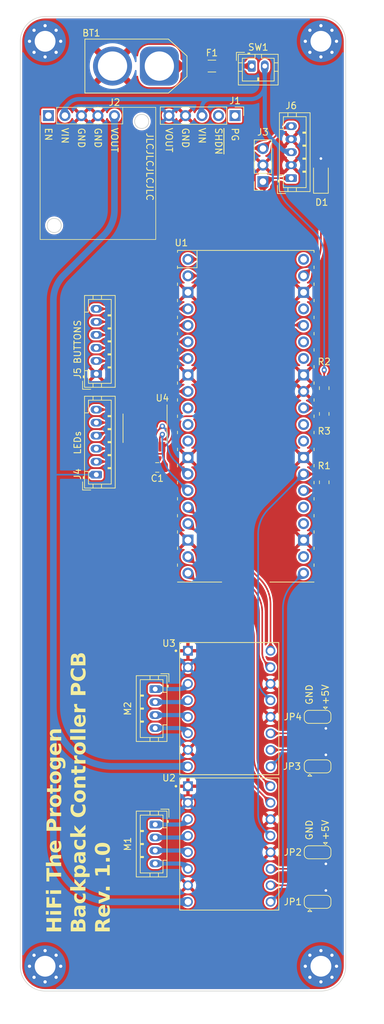
<source format=kicad_pcb>
(kicad_pcb (version 20221018) (generator pcbnew)
  (layers (0 "F.Cu" signal) (31 "B.Cu" signal) (34 "B.Paste" user) (35 "F.Paste" user) (36 "B.SilkS" user "B.Silkscreen") (37 "F.SilkS" user "F.Silkscreen") (38 "B.Mask" user) (39 "F.Mask" user) (44 "Edge.Cuts" user))
  (net 0 "")
  (net 1 "REEL_~{EN}")
  (net 2 "VDD")
  (net 3 "GND")
  (net 4 "+12V")
  (net 5 "Net-(BT1-+)")
  (net 6 "Net-(D1-K)")
  (net 9 "+BATT")
  (net 11 "M1A-")
  (net 12 "M1A+")
  (net 13 "M1B+")
  (net 14 "M1B-")
  (net 15 "M2A-")
  (net 16 "M2A+")
  (net 17 "M2B+")
  (net 18 "M2B-")
  (net 19 "Net-(J4-Pin_3)")
  (net 20 "Net-(J4-Pin_4)")
  (net 21 "Net-(J4-Pin_5)")
  (net 22 "Net-(J4-Pin_6)")
  (net 23 "Net-(U1-GPIO20)")
  (net 30 "BUTTON_0")
  (net 31 "BUTTON_1")
  (net 32 "BUTTON_2")
  (net 33 "BUTTON_3")
  (net 34 "BUTTON_4")
  (net 35 "M0_MS2")
  (net 36 "M0_MS1")
  (net 37 "M1_MS2")
  (net 38 "M1_MS1")
  (net 40 "OUT_TX")
  (net 41 "OUT_RX")
  (net 42 "S_UART")
  (net 43 "BR_DIR")
  (net 44 "BR_STEP")
  (net 45 "TR_DIR")
  (net 46 "TR_STEP")
  (net 47 "BAT_VOLTAGE")
  (net 50 "Net-(SW1-A)")
  (net 51 "+3V3")
  (net 52 "LED_SCL")
  (net 53 "LED_SDA")
  (net 61 "Net-(J4-Pin_2)")
  (footprint "Capacitor_SMD:C_0805_2012Metric_Pad1.18x1.45mm_HandSolder" (layer "F.Cu") (at 135.3605 94.742 180)
    (fp_text reference "C1")
    (fp_text value "100 nF")
  )
  (footprint "Jumper:SolderJumper-3_P1.3mm_Bridged12_RoundedPad1.0x1.5mm" (layer "F.Cu") (at 160.02 140.716)
    (fp_text reference "JP3")
    (fp_text value "SolderJumper_3_Bridged12")
  )
  (footprint "Fuse:Fuse_1206_3216Metric_Pad1.42x1.75mm_HandSolder" (layer "F.Cu") (at 143.764 33.02 180)
    (fp_text reference "F1")
    (fp_text value "Fuse")
  )
  (footprint "MountingHole:MountingHole_3.2mm_M3_Pad_Via" (layer "F.Cu") (at 160.528 29.21)
    (fp_text reference "H2" hide)
    (fp_text value "MountingHole_Pad")
  )
  (footprint "Connector_JST:JST_PH_B2B-PH-K_1x02_P2.00mm_Vertical" (layer "F.Cu") (at 149.892 33.02)
    (fp_text reference "SW1")
    (fp_text value "Power Switch")
  )
  (footprint "Connector_JST:JST_PH_B6B-PH-K_1x06_P2.00mm_Vertical" (layer "F.Cu") (at 125.984 80.358 90)
    (fp_text reference "J5")
    (fp_text value "JST B6B-PH-K-S" hide)
  )
  (footprint "Connector_AMASS:AMASS_XT60-M_1x02_P7.20mm_Vertical" (layer "F.Cu") (at 135.68 33.02 180)
    (fp_text reference "BT1")
    (fp_text value "10S Li-ion")
  )
  (footprint "MyloLibrary:Pololu D24V10Fx" (layer "F.Cu") (at 147.32 40.64 -90)
    (fp_text reference "J1")
    (fp_text value "Pololu D24V10F3")
  )
  (footprint "Resistor_SMD:R_0805_2012Metric" (layer "F.Cu") (at 161.036 82.55 -90)
    (fp_text reference "R2")
    (fp_text value "11k")
  )
  (footprint "Connector_JST:JST_PH_B6B-PH-K_1x06_P2.00mm_Vertical" (layer "F.Cu") (at 125.984 95.852 90)
    (fp_text reference "J4")
    (fp_text value "JST B6B-PH-K-S" hide)
  )
  (footprint "TMC2209_SilentStepStick:MODULE_TMC2209_SILENTSTEPSTICK" (layer "F.Cu") (at 146.4295 131.826)
    (fp_text reference "U3")
    (fp_text value "TMC2209_SILENTSTEPSTICK")
  )
  (footprint "Diode_SMD:D_1206_3216Metric" (layer "F.Cu") (at 160.528 50.292 90)
    (fp_text reference "D1")
    (fp_text value "?")
  )
  (footprint "MountingHole:MountingHole_3.2mm_M3_Pad_Via" (layer "F.Cu") (at 160.528 171.45)
    (fp_text reference "H4" hide)
    (fp_text value "MountingHole_Pad")
  )
  (footprint "Connector_PinSocket_2.54mm:PinSocket_1x03_P2.54mm_Vertical" (layer "F.Cu") (at 151.613 50.785 180)
    (fp_text reference "J3")
    (fp_text value "0.1\" Header")
  )
  (footprint "MountingHole:MountingHole_3.2mm_M3_Pad_Via" (layer "F.Cu") (at 118.11 171.45)
    (fp_text reference "H3" hide)
    (fp_text value "MountingHole_Pad")
  )
  (footprint "Connector_JST:JST_PH_B4B-PH-K_1x04_P2.00mm_Vertical" (layer "F.Cu") (at 135.043 149.654 -90)
    (fp_text reference "M1")
    (fp_text value "Conn_01x04_Male")
  )
  (footprint "MyloLibrary:Pololu D36V28Fx" (layer "F.Cu") (at 128.778 40.64 -90)
    (fp_text reference "J2")
    (fp_text value "Pololu D36V28F5")
    (fp_circle (center 0.889 -4.191) (end 1.9812 -4.191) (stroke (width 0.12)) (fill none) (layer "Edge.Cuts"))
    (fp_circle (center 16.891 9.271) (end 17.9832 9.271) (stroke (width 0.12)) (fill none) (layer "Edge.Cuts"))
  )
  (footprint "Package_SO:TSSOP-20_4.4x6.5mm_P0.65mm" (layer "F.Cu") (at 133.481 88.7145 -90)
    (fp_text reference "U4")
    (fp_text value "TLC59108xPW")
  )
  (footprint "Resistor_SMD:R_0805_2012Metric" (layer "F.Cu") (at 161.036 86.5105 -90)
    (fp_text reference "R3")
    (fp_text value "820")
  )
  (footprint "MCU_RaspberryPi_and_Boards:RPi_Pico_SMD_TH" (layer "F.Cu") (at 148.971 86.868)
    (fp_text reference "U1")
    (fp_text value "Pico")
  )
  (footprint "Connector_JST:JST_PH_B4B-PH-K_1x04_P2.00mm_Vertical" (layer "F.Cu") (at 135.043 128.826 -90)
    (fp_text reference "M2")
    (fp_text value "Conn_01x04_Male")
  )
  (footprint "Resistor_SMD:R_0805_2012Metric" (layer "F.Cu") (at 161.036 97.028 -90)
    (fp_text reference "R1")
    (fp_text value "1K")
  )
  (footprint "Jumper:SolderJumper-3_P1.3mm_Bridged12_RoundedPad1.0x1.5mm" (layer "F.Cu") (at 160.02 161.544)
    (fp_text reference "JP1")
    (fp_text value "SolderJumper_3_Bridged12")
  )
  (footprint "Connector_JST:JST_PH_B5B-PH-K_1x05_P2.00mm_Vertical" (layer "F.Cu") (at 155.956 50.26 90)
    (fp_text reference "J6")
    (fp_text value "XLR5")
  )
  (footprint "Jumper:SolderJumper-3_P1.3mm_Bridged12_RoundedPad1.0x1.5mm" (layer "F.Cu") (at 160.02 133.096 180)
    (fp_text reference "JP4")
    (fp_text value "SolderJumper_3_Bridged12")
  )
  (footprint "MountingHole:MountingHole_3.2mm_M3_Pad_Via" (layer "F.Cu") (at 118.11 29.21)
    (fp_text reference "H1" hide)
    (fp_text value "MountingHole_Pad")
  )
  (footprint "Jumper:SolderJumper-3_P1.3mm_Bridged12_RoundedPad1.0x1.5mm" (layer "F.Cu") (at 160.02 153.924 180)
    (fp_text reference "JP2")
    (fp_text value "SolderJumper_3_Bridged12")
  )
  (footprint "TMC2209_SilentStepStick:MODULE_TMC2209_SILENTSTEPSTICK" (layer "F.Cu") (at 146.431 152.654)
    (fp_text reference "U2")
    (fp_text value "TMC2209_SILENTSTEPSTICK")
  )
  (gr_line (start 118.11 25.4) (end 160.528 25.4) (stroke (width 0.1016)) (layer "Edge.Cuts"))
  (gr_arc (start 160.528 25.4) (mid 163.222076 26.515923) (end 164.338 29.21) (stroke (width 0.1016)) (layer "Edge.Cuts"))
  (gr_arc (start 114.3 29.21) (mid 115.415923 26.515924) (end 118.11 25.4) (stroke (width 0.1016)) (layer "Edge.Cuts"))
  (gr_arc (start 118.11 175.26) (mid 115.415924 174.144077) (end 114.3 171.45) (stroke (width 0.1016)) (layer "Edge.Cuts"))
  (gr_line (start 160.528 175.26) (end 118.11 175.26) (stroke (width 0.1016)) (layer "Edge.Cuts"))
  (gr_line (start 164.338 29.21) (end 164.338 171.45) (stroke (width 0.1016)) (layer "Edge.Cuts"))
  (gr_line (start 114.3 171.45) (end 114.3 29.21) (stroke (width 0.1016)) (layer "Edge.Cuts"))
  (gr_arc (start 164.338 171.45) (mid 163.222077 174.144076) (end 160.528 175.26) (stroke (width 0.1016)) (layer "Edge.Cuts"))
  (gr_text "BUTTONS" (at 123.698 75.438 90) (layer "F.SilkS") (effects (font (size 1.016 1.016) (thickness 0.1524)) (justify bottom)))
  (gr_text "GND" (at 158.75 131.318 90) (layer "F.SilkS") (effects (font (size 1.016 1.016) (thickness 0.1524)) (justify left)))
  (gr_text "LEDs" (at 123.698 90.932 90) (layer "F.SilkS") (effects (font (size 1.016 1.016) (thickness 0.1524)) (justify bottom)))
  (gr_text "HiFi The Protogen\nBackpack Controller PCB\nRev. 1.0" (at 118.364 166.37 90) (layer "F.SilkS") (effects (font (size 2.2225 2.2225) (thickness 0.3) bold) (justify left top)))
  (gr_text "+5V" (at 161.22 131.318 90) (layer "F.SilkS") (effects (font (size 1.016 1.016) (thickness 0.1524)) (justify left)))
  (gr_text "GND" (at 158.75 152.146 90) (layer "F.SilkS") (effects (font (size 1.016 1.016) (thickness 0.1524)) (justify left)))
  (gr_text "JLCJLCJLCJLC" (at 133.604 43.18 270) (layer "F.SilkS") (effects (font (size 1.016 1.016) (thickness 0.1524)) (justify left bottom)))
  (gr_text "+5V" (at 161.22 152.146 90) (layer "F.SilkS") (effects (font (size 1.016 1.016) (thickness 0.1524)) (justify left)))
  (segment (start 153.73275 139.76275) (end 152.7795 140.716) (width 0.254) (layer "B.Cu") (net 1))
  (segment (start 154.686 158.291961) (end 154.686 137.4614) (width 0.254) (layer "B.Cu") (net 1))
  (segment (start 154.686 116.418064) (end 154.686 137.4614) (width 0.254) (layer "B.Cu") (net 1))
  (segment (start 153.7335 160.5915) (end 152.781 161.544) (width 0.254) (layer "B.Cu") (net 1))
  (segment (start 156.2735 112.5855) (end 157.861 110.998) (width 0.254) (layer "B.Cu") (net 1))
  (arc (start 154.686 116.418064) (mid 155.098577 114.343895) (end 156.2735 112.5855) (width 0.254) (layer "B.Cu") (net 1))
  (arc (start 154.686 137.4614) (mid 154.438258 138.706881) (end 153.73275 139.76275) (width 0.254) (layer "B.Cu") (net 1))
  (arc (start 154.686 158.291961) (mid 154.438453 159.536462) (end 153.7335 160.5915) (width 0.254) (layer "B.Cu") (net 1))
  (segment (start 161.29 138.938) (end 161.29 140.686) (width 0.25) (layer "F.Cu") (net 2))
  (segment (start 161.29 159.796) (end 161.29 161.514) (width 0.25) (layer "F.Cu") (net 2))
  (segment (start 160.528 47.244) (end 160.528 48.892) (width 0.25) (layer "F.Cu") (net 2))
  (segment (start 161.29 134.874) (end 161.29 133.126) (width 0.25) (layer "F.Cu") (net 2))
  (segment (start 161.29 155.702) (end 161.29 153.954) (width 0.25) (layer "F.Cu") (net 2))
  (via (at 161.29 155.702) (size 0.8) (drill 0.4) (layers "F.Cu" "B.Cu") (net 2))
  (via (at 161.29 134.874) (size 0.8) (drill 0.4) (layers "F.Cu" "B.Cu") (net 2))
  (via (at 161.29 159.796) (size 0.8) (drill 0.4) (layers "F.Cu" "B.Cu") (net 2))
  (via (at 160.528 47.244) (size 0.8128) (drill 0.4064) (layers "F.Cu" "B.Cu") (net 2))
  (via (at 161.29 138.938) (size 0.8) (drill 0.4) (layers "F.Cu" "B.Cu") (net 2))
  (segment (start 120.973792 65.208207) (end 127.184207 58.997792) (width 1.016) (layer "B.Cu") (net 4))
  (segment (start 128.524 140.716) (end 140.0795 140.716) (width 1.016) (layer "B.Cu") (net 4))
  (segment (start 119.38 88.345) (end 119.38 88.947) (width 1.016) (layer "B.Cu") (net 4))
  (segment (start 125.984 95.852) (end 119.54 95.852) (width 0.254) (layer "B.Cu") (net 4))
  (segment (start 119.38 88.947) (end 119.38 88.345) (width 0.1778) (layer "B.Cu") (net 4))
  (segment (start 128.620463 161.544) (end 140.081 161.544) (width 1.016) (layer "B.Cu") (net 4))
  (segment (start 119.38 88.345) (end 119.38 69.055963) (width 1.016) (layer "B.Cu") (net 4))
  (segment (start 128.778 55.150036) (end 128.778 40.64) (width 1.016) (layer "B.Cu") (net 4))
  (segment (start 119.38 96.012) (end 119.38 152.303536) (width 1.016) (layer "B.Cu") (net 4))
  (segment (start 119.38 88.947) (end 119.38 96.012) (width 1.016) (layer "B.Cu") (net 4))
  (segment (start 119.54 95.852) (end 119.38 96.012) (width 0.1778) (layer "B.Cu") (net 4))
  (arc (start 128.524 161.544) (mid 122.058216 158.865784) (end 119.38 152.4) (width 1.016) (layer "B.Cu") (net 4))
  (arc (start 128.524 140.716) (mid 122.058216 138.037784) (end 119.38 131.572) (width 1.016) (layer "B.Cu") (net 4))
  (arc (start 119.527 95.651) (mid 119.556906 95.670985) (end 119.592183 95.678) (width 0.254) (layer "B.Cu") (net 4))
  (arc (start 128.778 55.150036) (mid 128.363786 57.232426) (end 127.184207 58.997792) (width 1.016) (layer "B.Cu") (net 4))
  (arc (start 120.973792 65.208207) (mid 119.794213 66.973572) (end 119.38 69.055963) (width 1.016) (layer "B.Cu") (net 4))
  (segment (start 135.68 33.02) (end 142.2765 33.02) (width 0.635) (layer "F.Cu") (net 5))
  (segment (start 160.528 60.725146) (end 160.528 51.819) (width 0.254) (layer "F.Cu") (net 6))
  (segment (start 159.1945 63.9445) (end 157.861 65.278) (width 0.254) (layer "F.Cu") (net 6))
  (arc (start 160.528 60.725146) (mid 160.181434 62.467447) (end 159.1945 63.9445) (width 0.254) (layer "F.Cu") (net 6))
  (segment (start 161.036 79.756) (end 161.036 81.6375) (width 0.254) (layer "F.Cu") (net 9))
  (via (at 161.036 79.756) (size 0.8128) (drill 0.4064) (layers "F.Cu" "B.Cu") (net 9))
  (segment (start 154.197374 45.485374) (end 154.20578 45.49378) (width 0.635) (layer "B.Cu") (net 9))
  (segment (start 154.27303 45.56103) (end 154.281437 45.569437) (width 0.635) (layer "B.Cu") (net 9))
  (segment (start 154.616346 45.904346) (end 154.624103 45.912103) (width 0.635) (layer "B.Cu") (net 9))
  (segment (start 154.207881 45.495881) (end 154.20578 45.49378) (width 0.635) (layer "B.Cu") (net 9))
  (segment (start 154.062874 45.350874) (end 154.088093 45.376093) (width 0.635) (layer "B.Cu") (net 9))
  (segment (start 153.970405 45.258405) (end 153.93678 45.22478) (width 0.635) (layer "B.Cu") (net 9))
  (segment (start 154.241506 45.529506) (end 154.254115 45.542115) (width 0.635) (layer "B.Cu") (net 9))
  (segment (start 154.17846 45.46646) (end 154.182663 45.470663) (width 0.635) (layer "B.Cu") (net 9))
  (segment (start 143.51 38.1) (end 123.326025 38.1) (width 0.635) (layer "B.Cu") (net 9))
  (segment (start 154.048163 45.336163) (end 154.052366 45.340366) (width 0.635) (layer "B.Cu") (net 9))
  (segment (start 154.440547 45.728547) (end 154.445745 45.733745) (width 0.635) (layer "B.Cu") (net 9))
  (segment (start 153.924 50.578036) (end 153.924 45.212) (width 0.254) (layer "B.Cu") (net 9))
  (segment (start 142.24 39.37) (end 142.24 40.64) (width 0.635) (layer "B.Cu") (net 9))
  (segment (start 154.424953 45.712953) (end 154.430151 45.718151) (width 0.635) (layer "B.Cu") (net 9))
  (segment (start 154.188968 45.476968) (end 154.197374 45.485374) (width 0.635) (layer "B.Cu") (net 9))
  (segment (start 154.308758 45.596758) (end 154.323469 45.611469) (width 0.635) (layer "B.Cu") (net 9))
  (segment (start 153.919968 45.207968) (end 153.93678 45.22478) (width 0.635) (layer "B.Cu") (net 9))
  (segment (start 154.22049 45.50849) (end 154.241506 45.529506) (width 0.635) (layer "B.Cu") (net 9))
  (segment (start 154.104905 45.392905) (end 154.088093 45.376093) (width 0.635) (layer "B.Cu") (net 9))
  (segment (start 154.287742 45.575742) (end 154.308758 45.596758) (width 0.635) (layer "B.Cu") (net 9))
  (segment (start 154.17846 45.46646) (end 154.172156 45.460156) (width 0.635) (layer "B.Cu") (net 9))
  (segment (start 153.0615 44.3495) (end 153.701407 44.989407) (width 0.635) (layer "B.Cu") (net 9))
  (segment (start 154.256216 45.544216) (end 154.254115 45.542115) (width 0.635) (layer "B.Cu") (net 9))
  (segment (start 154.004029 45.292029) (end 154.020842 45.308842) (width 0.635) (layer "B.Cu") (net 9))
  (segment (start 153.869531 45.157531) (end 153.903156 45.191156) (width 0.635) (layer "B.Cu") (net 9))
  (segment (start 154.130124 45.418124) (end 154.140632 45.428632) (width 0.635) (layer "B.Cu") (net 9))
  (segment (start 154.600833 45.888833) (end 154.58532 45.87332) (width 0.635) (layer "B.Cu") (net 9))
  (segment (start 153.701407 44.989407) (end 153.785469 45.073469) (width 0.635) (layer "B.Cu") (net 9))
  (segment (start 154.144836 45.432836) (end 154.14904 45.43704) (width 0.635) (layer "B.Cu") (net 9))
  (segment (start 154.264623 45.552623) (end 154.27303 45.56103) (width 0.635) (layer "B.Cu") (net 9))
  (segment (start 154.600833 45.888833) (end 154.616346 45.904346) (width 0.635) (layer "B.Cu") (net 9))
  (segment (start 154.569807 45.857807) (end 154.58532 45.87332) (width 0.635) (layer "B.Cu") (net 9))
  (segment (start 154.104905 45.392905) (end 154.130124 45.418124) (width 0.635) (layer "B.Cu") (net 9))
  (segment (start 154.445745 45.733745) (end 154.471572 45.759572) (width 0.635) (layer "B.Cu") (net 9))
  (segment (start 154.04396 45.33196) (end 154.048163 45.336163) (width 0.635) (layer "B.Cu") (net 9))
  (segment (start 154.471572 45.759572) (end 154.528425 45.816425) (width 0.635) (layer "B.Cu") (net 9))
  (segment (start 121.792999 38.734999) (end 121.607012 38.920987) (width 0.635) (layer "B.Cu") (net 9))
  (segment (start 143.51 38.1) (end 149.892001 38.1) (width 0.635) (layer "B.Cu") (net 9))
  (segment (start 154.182663 45.470663) (end 154.186866 45.474866) (width 0.635) (layer "B.Cu") (net 9))
  (segment (start 154.323469 45.611469) (end 154.373907 45.661907) (width 0.635) (layer "B.Cu") (net 9))
  (segment (start 154.207881 45.495881) (end 154.22049 45.50849) (width 0.635) (layer "B.Cu") (net 9))
  (segment (start 154.554294 45.842294) (end 154.528425 45.816425) (width 0.635) (layer "B.Cu") (net 9))
  (segment (start 154.14904 45.43704) (end 154.155344 45.443344) (width 0.635) (layer "B.Cu") (net 9))
  (segment (start 151.892 35.756856) (end 151.892 33.02) (width 0.635) (layer "B.Cu") (net 9))
  (segment (start 153.970405 45.258405) (end 153.987217 45.275217) (width 0.635) (layer "B.Cu") (net 9))
  (segment (start 154.281437 45.569437) (end 154.287742 45.575742) (width 0.635) (layer "B.Cu") (net 9))
  (segment (start 154.435349 45.723349) (end 154.440547 45.728547) (width 0.635) (layer "B.Cu") (net 9))
  (segment (start 161.036 62.197963) (end 161.036 79.756) (width 0.254) (layer "B.Cu") (net 9))
  (segment (start 153.987217 45.275217) (end 154.004029 45.292029) (width 0.635) (layer "B.Cu") (net 9))
  (segment (start 154.188968 45.476968) (end 154.186866 45.474866) (width 0.635) (layer "B.Cu") (net 9))
  (segment (start 121.158 40.005) (end 121.158 40.64) (width 0.635) (layer "B.Cu") (net 9))
  (segment (start 153.785469 45.073469) (end 153.869531 45.157531) (width 0.635) (layer "B.Cu") (net 9))
  (segment (start 154.062874 45.350874) (end 154.052366 45.340366) (width 0.635) (layer "B.Cu") (net 9))
  (segment (start 154.140632 45.428632) (end 154.144836 45.432836) (width 0.635) (layer "B.Cu") (net 9))
  (segment (start 154.430151 45.718151) (end 154.435349 45.723349) (width 0.635) (layer "B.Cu") (net 9))
  (segment (start 154.020842 45.308842) (end 154.037655 45.325655) (width 0.635) (layer "B.Cu") (net 9))
  (segment (start 154.04396 45.33196) (end 154.037655 45.325655) (width 0.635) (layer "B.Cu") (net 9))
  (segment (start 151.892 35.756856) (end 151.892 41.526077) (width 0.635) (layer "B.Cu") (net 9))
  (segment (start 154.155344 45.443344) (end 154.172156 45.460156) (width 0.635) (layer "B.Cu") (net 9))
  (segment (start 159.442207 58.350207) (end 155.517792 54.425792) (width 0.254) (layer "B.Cu") (net 9))
  (segment (start 154.256216 45.544216) (end 154.264623 45.552623) (width 0.635) (layer "B.Cu") (net 9))
  (segment (start 154.554294 45.842294) (end 154.569807 45.857807) (width 0.635) (layer "B.Cu") (net 9))
  (segment (start 153.903156 45.191156) (end 153.919968 45.207968) (width 0.635) (layer "B.Cu") (net 9))
  (segment (start 154.424953 45.712953) (end 154.373907 45.661907) (width 0.635) (layer "B.Cu") (net 9))
  (arc (start 153.0615 44.3495) (mid 152.195943 43.054102) (end 151.892 41.526077) (width 0.635) (layer "B.Cu") (net 9))
  (arc (start 143.51 38.1) (mid 142.611974 38.471974) (end 142.24 39.37) (width 0.635) (layer "B.Cu") (net 9))
  (arc (start 154.624103 45.912103) (mid 155.009451 46.169584) (end 155.464 46.26) (width 0.635) (layer "B.Cu") (net 9))
  (arc (start 121.792999 38.734999) (mid 122.496357 38.26503) (end 123.326025 38.1) (width 0.635) (layer "B.Cu") (net 9))
  (arc (start 155.517792 54.425792) (mid 154.338213 52.660426) (end 153.924 50.578036) (width 0.254) (layer "B.Cu") (net 9))
  (arc (start 121.158 40.005) (mid 121.274694 39.418336) (end 121.607012 38.920987) (width 0.635) (layer "B.Cu") (net 9))
  (arc (start 151.892 35.756856) (mid 151.306213 37.413709) (end 149.892001 38.1) (width 0.635) (layer "B.Cu") (net 9))
  (arc (start 159.442207 58.350207) (mid 160.621786 60.115572) (end 161.036 62.197963) (width 0.254) (layer "B.Cu") (net 9))
  (segment (start 139.676 149.249) (end 140.081 148.844) (width 0.635) (layer "B.Cu") (net 11))
  (segment (start 138.698243 149.654) (end 135.043 149.654) (width 0.635) (layer "B.Cu") (net 11))
  (arc (start 138.698243 149.654) (mid 139.227401 149.548743) (end 139.676 149.249) (width 0.635) (layer "B.Cu") (net 11))
  (segment (start 135.043 151.654) (end 139.811 151.654) (width 0.635) (layer "B.Cu") (net 12))
  (segment (start 135.043 153.654) (end 139.811 153.654) (width 0.635) (layer "B.Cu") (net 13))
  (segment (start 138.698243 155.654) (end 135.043 155.654) (width 0.635) (layer "B.Cu") (net 14))
  (segment (start 139.676 156.059) (end 140.081 156.464) (width 0.635) (layer "B.Cu") (net 14))
  (arc (start 139.676 156.059) (mid 139.227401 155.759256) (end 138.698243 155.654) (width 0.635) (layer "B.Cu") (net 14))
  (segment (start 139.6745 128.421) (end 140.0795 128.016) (width 0.635) (layer "B.Cu") (net 15))
  (segment (start 138.696743 128.826) (end 135.043 128.826) (width 0.635) (layer "B.Cu") (net 15))
  (arc (start 139.6745 128.421) (mid 139.225901 128.720743) (end 138.696743 128.826) (width 0.635) (layer "B.Cu") (net 15))
  (segment (start 135.0415 130.826) (end 139.8095 130.826) (width 0.635) (layer "B.Cu") (net 16))
  (segment (start 135.0415 132.826) (end 139.8095 132.826) (width 0.635) (layer "B.Cu") (net 17))
  (segment (start 139.6745 135.231) (end 140.0795 135.636) (width 0.635) (layer "B.Cu") (net 18))
  (segment (start 138.696743 134.826) (end 135.0415 134.826) (width 0.635) (layer "B.Cu") (net 18))
  (arc (start 139.6745 135.231) (mid 139.225901 134.931256) (end 138.696743 134.826) (width 0.635) (layer "B.Cu") (net 18))
  (segment (start 129.089454 91.577) (end 130.556 91.577) (width 0.254) (layer "F.Cu") (net 19))
  (segment (start 128.425545 91.852) (end 125.984 91.852) (width 0.254) (layer "F.Cu") (net 19))
  (arc (start 128.7575 91.7145) (mid 128.909801 91.612735) (end 129.089454 91.577) (width 0.254) (layer "F.Cu") (net 19))
  (arc (start 128.425545 91.852) (mid 128.605197 91.816264) (end 128.7575 91.7145) (width 0.254) (layer "F.Cu") (net 19))
  (segment (start 132.506 86.946352) (end 132.506 85.852) (width 0.254) (layer "F.Cu") (net 20))
  (segment (start 126.741955 89.408) (end 130.044352 89.408) (width 0.254) (layer "F.Cu") (net 20))
  (arc (start 130.044352 89.408) (mid 130.986383 89.220618) (end 131.785 88.687) (width 0.254) (layer "F.Cu") (net 20))
  (arc (start 126.741955 89.408) (mid 126.451898 89.465695) (end 126.206 89.63) (width 0.254) (layer "F.Cu") (net 20))
  (arc (start 132.506 86.946352) (mid 132.318618 87.888383) (end 131.785 88.687) (width 0.254) (layer "F.Cu") (net 20))
  (segment (start 128.967199 87.852) (end 125.984 87.852) (width 0.254) (layer "F.Cu") (net 21))
  (segment (start 130.962563 86.783976) (end 130.55027 87.19627) (width 0.254) (layer "F.Cu") (net 21))
  (arc (start 130.962563 86.783976) (mid 131.142732 86.514334) (end 131.206 86.19627) (width 0.254) (layer "F.Cu") (net 21))
  (arc (start 128.967199 87.852) (mid 129.823951 87.681581) (end 130.55027 87.19627) (width 0.254) (layer "F.Cu") (net 21))
  (segment (start 130.556 85.852) (end 125.984 85.852) (width 0.254) (layer "F.Cu") (net 22))
  (segment (start 157.861 98.298) (end 160.6785 98.298) (width 0.25) (layer "F.Cu") (net 23))
  (segment (start 140.081 70.358) (end 125.984 70.358) (width 0.254) (layer "F.Cu") (net 30))
  (segment (start 128.872162 72.358) (end 125.984 72.358) (width 0.254) (layer "F.Cu") (net 31))
  (segment (start 130.175837 72.898) (end 140.081 72.898) (width 0.254) (layer "F.Cu") (net 31))
  (arc (start 128.872162 72.358) (mid 129.224934 72.42817) (end 129.524 72.628) (width 0.254) (layer "F.Cu") (net 31))
  (arc (start 130.175837 72.898) (mid 129.823065 72.827829) (end 129.524 72.628) (width 0.254) (layer "F.Cu") (net 31))
  (segment (start 128.522324 74.358) (end 125.984 74.358) (width 0.254) (layer "F.Cu") (net 32))
  (segment (start 131.129675 75.438) (end 140.081 75.438) (width 0.254) (layer "F.Cu") (net 32))
  (arc (start 129.826 74.898) (mid 130.424131 75.297658) (end 131.129675 75.438) (width 0.254) (layer "F.Cu") (net 32))
  (arc (start 129.826 74.898) (mid 129.227868 74.498341) (end 128.522324 74.358) (width 0.254) (layer "F.Cu") (net 32))
  (segment (start 128.044487 76.358) (end 125.984 76.358) (width 0.254) (layer "F.Cu") (net 33))
  (segment (start 131.955512 77.978) (end 140.081 77.978) (width 0.254) (layer "F.Cu") (net 33))
  (arc (start 130 77.168) (mid 129.102803 76.568512) (end 128.044487 76.358) (width 0.254) (layer "F.Cu") (net 33))
  (arc (start 131.955512 77.978) (mid 130.897196 77.767487) (end 130 77.168) (width 0.254) (layer "F.Cu") (net 33))
  (segment (start 127.571 78.358) (end 125.984 78.358) (width 0.254) (layer "F.Cu") (net 34))
  (segment (start 136.111963 83.058) (end 140.081 83.058) (width 0.254) (layer "F.Cu") (net 34))
  (segment (start 130.280178 79.480178) (end 132.264207 81.464207) (width 0.254) (layer "F.Cu") (net 34))
  (arc (start 136.111963 83.058) (mid 134.029572 82.643786) (end 132.264207 81.464207) (width 0.254) (layer "F.Cu") (net 34))
  (arc (start 127.571 78.358) (mid 129.037196 78.649644) (end 130.280178 79.480178) (width 0.254) (layer "F.Cu") (net 34))
  (segment (start 157.418369 156.464) (end 152.781 156.464) (width 0.25) (layer "F.Cu") (net 35))
  (segment (start 159.660789 155.29921) (end 159.258 155.702) (width 0.25) (layer "F.Cu") (net 35))
  (arc (start 159.258 155.702) (mid 158.41397 156.265962) (end 157.418369 156.464) (width 0.25) (layer "F.Cu") (net 35))
  (arc (start 159.660789 155.29921) (mid 159.926644 154.90133) (end 160.02 154.432) (width 0.25) (layer "F.Cu") (net 35))
  (segment (start 157.391055 159.004) (end 152.781 159.004) (width 0.25) (layer "F.Cu") (net 36))
  (segment (start 159.666446 160.190446) (end 159.25 159.774) (width 0.25) (layer "F.Cu") (net 36))
  (arc (start 159.666446 160.190446) (mid 159.928114 160.58206) (end 160.02 161.044) (width 0.25) (layer "F.Cu") (net 36))
  (arc (start 157.391055 159.004) (mid 158.397108 159.204116) (end 159.25 159.774) (width 0.25) (layer "F.Cu") (net 36))
  (segment (start 157.635171 135.636) (end 152.7795 135.636) (width 0.25) (layer "F.Cu") (net 37))
  (segment (start 160.02 133.7945) (end 160.02 133.35) (width 0.25) (layer "F.Cu") (net 37))
  (segment (start 159.321499 134.937499) (end 159.705691 134.553308) (width 0.25) (layer "F.Cu") (net 37))
  (arc (start 157.635171 135.636) (mid 158.547805 135.454465) (end 159.321499 134.937499) (width 0.25) (layer "F.Cu") (net 37))
  (arc (start 160.02 133.7945) (mid 159.938313 134.205164) (end 159.705691 134.553308) (width 0.25) (layer "F.Cu") (net 37))
  (segment (start 159.258 138.938) (end 159.660789 139.340789) (width 0.25) (layer "F.Cu") (net 38))
  (segment (start 157.418369 138.176) (end 152.7795 138.176) (width 0.25) (layer "F.Cu") (net 38))
  (arc (start 159.660789 139.340789) (mid 159.926644 139.738669) (end 160.02 140.208) (width 0.25) (layer "F.Cu") (net 38))
  (arc (start 159.258 138.938) (mid 158.41397 138.374037) (end 157.418369 138.176) (width 0.25) (layer "F.Cu") (net 38))
  (segment (start 147.319626 65.278) (end 140.081 65.278) (width 0.254) (layer "F.Cu") (net 40))
  (segment (start 152.509231 50.26) (end 155.956 50.26) (width 0.254) (layer "F.Cu") (net 40))
  (segment (start 151.613 60.984626) (end 151.613 51.156231) (width 0.254) (layer "F.Cu") (net 40))
  (arc (start 152.509231 50.26) (mid 152.166258 50.328221) (end 151.8755 50.5225) (width 0.254) (layer "F.Cu") (net 40))
  (arc (start 147.319626 65.278) (mid 148.962629 64.951186) (end 150.3555 64.0205) (width 0.254) (layer "F.Cu") (net 40))
  (arc (start 151.613 60.984626) (mid 151.286186 62.627629) (end 150.3555 64.0205) (width 0.254) (layer "F.Cu") (net 40))
  (segment (start 149.352 57.90033) (end 149.352 47.031421) (width 0.254) (layer "F.Cu") (net 41))
  (segment (start 150.678421 45.705) (end 151.612999 45.705) (width 0.254) (layer "F.Cu") (net 41))
  (segment (start 154.740509 42.57749) (end 151.612999 45.705) (width 0.254) (layer "F.Cu") (net 41))
  (segment (start 144.51433 62.738) (end 140.081 62.738) (width 0.254) (layer "F.Cu") (net 41))
  (arc (start 144.51433 62.738) (mid 146.365626 62.369754) (end 147.935079 61.321079) (width 0.254) (layer "F.Cu") (net 41))
  (arc (start 149.352 57.90033) (mid 148.983754 59.751626) (end 147.935079 61.321079) (width 0.254) (layer "F.Cu") (net 41))
  (arc (start 154.740509 42.57749) (mid 155.092178 42.342512) (end 155.507 42.26) (width 0.254) (layer "F.Cu") (net 41))
  (arc (start 150.678421 45.705) (mid 150.170822 45.805967) (end 149.7405 46.0935) (width 0.254) (layer "F.Cu") (net 41))
  (arc (start 149.7405 46.0935) (mid 149.452967 46.523822) (end 149.352 47.031421) (width 0.254) (layer "F.Cu") (net 41))
  (segment (start 157.861 95.758) (end 160.6785 95.758) (width 0.254) (layer "F.Cu") (net 42))
  (segment (start 150.876 148.131961) (end 150.876 127.306522) (width 0.254) (layer "B.Cu") (net 42))
  (segment (start 152.469792 101.149207) (end 157.861 95.758) (width 0.254) (layer "B.Cu") (net 42))
  (segment (start 151.8285 150.4315) (end 152.781 151.384) (width 0.254) (layer "B.Cu") (net 42))
  (segment (start 150.876 104.996963) (end 150.876 127.306522) (width 0.254) (layer "B.Cu") (net 42))
  (segment (start 151.82775 129.60425) (end 152.7795 130.556) (width 0.254) (layer "B.Cu") (net 42))
  (arc (start 150.876 148.131961) (mid 151.123546 149.376462) (end 151.8285 150.4315) (width 0.254) (layer "B.Cu") (net 42))
  (arc (start 151.82775 129.60425) (mid 151.123351 128.550043) (end 150.876 127.306522) (width 0.254) (layer "B.Cu") (net 42))
  (arc (start 152.469792 101.149207) (mid 151.290213 102.914572) (end 150.876 104.996963) (width 0.254) (layer "B.Cu") (net 42))
  (segment (start 152.7795 115.790463) (end 152.7795 122.936) (width 0.25) (layer "F.Cu") (net 43))
  (segment (start 151.185707 111.942707) (end 140.081 100.838) (width 0.25) (layer "F.Cu") (net 43))
  (arc (start 151.185707 111.942707) (mid 152.365286 113.708072) (end 152.7795 115.790463) (width 0.25) (layer "F.Cu") (net 43))
  (segment (start 152.14525 124.84175) (end 152.7795 125.476) (width 0.25) (layer "F.Cu") (net 44))
  (segment (start 151.511 123.310535) (end 151.511 117.061963) (width 0.25) (layer "F.Cu") (net 44))
  (segment (start 149.917207 113.214207) (end 140.081 103.378) (width 0.25) (layer "F.Cu") (net 44))
  (arc (start 151.511 123.310535) (mid 151.675836 124.139222) (end 152.14525 124.84175) (width 0.25) (layer "F.Cu") (net 44))
  (arc (start 149.917207 113.214207) (mid 151.096786 114.979572) (end 151.511 117.061963) (width 0.25) (layer "F.Cu") (net 44))
  (segment (start 148.647207 117.024207) (end 140.081 108.458) (width 0.25) (layer "F.Cu") (net 45))
  (segment (start 151.511 142.494) (end 152.781 143.764) (width 0.25) (layer "F.Cu") (net 45))
  (segment (start 150.241 120.871963) (end 150.241 139.427948) (width 0.25) (layer "F.Cu") (net 45))
  (arc (start 148.647207 117.024207) (mid 149.826786 118.789572) (end 150.241 120.871963) (width 0.25) (layer "F.Cu") (net 45))
  (arc (start 151.511 142.494) (mid 150.571062 141.087283) (end 150.241 139.427948) (width 0.25) (layer "F.Cu") (net 45))
  (segment (start 150.564792 144.087792) (end 152.781 146.304) (width 0.25) (layer "F.Cu") (net 46))
  (segment (start 148.971 122.141963) (end 148.971 140.240036) (width 0.25) (layer "F.Cu") (net 46))
  (segment (start 147.377207 118.294207) (end 140.081 110.998) (width 0.25) (layer "F.Cu") (net 46))
  (arc (start 148.971 140.240036) (mid 149.385213 142.322426) (end 150.564792 144.087792) (width 0.25) (layer "F.Cu") (net 46))
  (arc (start 148.971 122.141963) (mid 148.556786 120.059572) (end 147.377207 118.294207) (width 0.25) (layer "F.Cu") (net 46))
  (segment (start 161.036 85.598) (end 157.861 85.598) (width 0.254) (layer "F.Cu") (net 47))
  (segment (start 161.036 85.598) (end 161.036 83.4625) (width 0.254) (layer "F.Cu") (net 47))
  (segment (start 145.2515 33.02) (end 149.892 33.02) (width 0.635) (layer "F.Cu") (net 50))
  (segment (start 137.037 90.946) (end 136.406 91.577) (width 0.254) (layer "F.Cu") (net 51))
  (segment (start 136.406 92.326245) (end 136.406 91.577) (width 0.254) (layer "F.Cu") (net 51))
  (segment (start 136.092745 92.6395) (end 135.094387 92.6395) (width 0.254) (layer "F.Cu") (net 51))
  (segment (start 139.836025 86.868) (end 140.335 86.868) (width 0.254) (layer "F.Cu") (net 51))
  (segment (start 136.406 91.577) (end 136.406 94.734) (width 0.254) (layer "F.Cu") (net 51))
  (segment (start 137.668 89.422631) (end 137.668 89.036025) (width 0.254) (layer "F.Cu") (net 51))
  (segment (start 156.7815 72.898) (end 157.861 72.898) (width 0.254) (layer "F.Cu") (net 51))
  (segment (start 142.719828 85.880171) (end 154.938678 73.661321) (width 0.254) (layer "F.Cu") (net 51))
  (arc (start 137.037 90.946) (mid 137.504008 90.247072) (end 137.668 89.422631) (width 0.254) (layer "F.Cu") (net 51))
  (arc (start 137.668 89.036025) (mid 137.833031 88.206357) (end 138.303 87.503) (width 0.254) (layer "F.Cu") (net 51))
  (arc (start 142.719828 85.880171) (mid 141.625659 86.611271) (end 140.335 86.868) (width 0.254) (layer "F.Cu") (net 51))
  (arc (start 134.642979 92.45252) (mid 134.850087 92.590905) (end 135.094387 92.6395) (width 0.254) (layer "F.Cu") (net 51))
  (arc (start 154.938678 73.661321) (mid 155.784171 73.09638) (end 156.7815 72.898) (width 0.254) (layer "F.Cu") (net 51))
  (arc (start 139.836025 86.868) (mid 139.006357 87.033031) (end 138.303 87.503) (width 0.254) (layer "F.Cu") (net 51))
  (arc (start 134.642979 92.45252) (mid 134.504594 92.245412) (end 134.456 92.001112) (width 0.254) (layer "F.Cu") (net 51))
  (arc (start 136.406 92.326245) (mid 136.382154 92.446122) (end 136.31425 92.54775) (width 0.254) (layer "F.Cu") (net 51))
  (arc (start 136.092745 92.6395) (mid 136.212622 92.615654) (end 136.31425 92.54775) (width 0.254) (layer "F.Cu") (net 51))
  (segment (start 135.756 90.324357) (end 135.756 91.577) (width 0.254) (layer "F.Cu") (net 52))
  (segment (start 135.95 89.856) (end 136.144 89.662) (width 0.254) (layer "F.Cu") (net 52))
  (via (at 136.144 89.662) (size 0.8128) (drill 0.4064) (layers "F.Cu" "B.Cu") (net 52))
  (arc (start 135.95 89.856) (mid 135.806418 90.070884) (end 135.756 90.324357) (width 0.254) (layer "F.Cu") (net 52))
  (segment (start 136.144 89.662) (end 136.144 92.107036) (width 0.254) (layer "B.Cu") (net 52))
  (segment (start 137.737792 95.954792) (end 140.081 98.298) (width 0.254) (layer "B.Cu") (net 52))
  (arc (start 137.737792 95.954792) (mid 136.558213 94.189426) (end 136.144 92.107036) (width 0.254) (layer "B.Cu") (net 52))
  (segment (start 136.144 88.392) (end 135.625 88.911) (width 0.254) (layer "F.Cu") (net 53))
  (segment (start 135.106 90.163976) (end 135.106 91.577) (width 0.254) (layer "F.Cu") (net 53))
  (via (at 136.144 88.392) (size 0.8128) (drill 0.4064) (layers "F.Cu" "B.Cu") (net 53))
  (arc (start 135.625 88.911) (mid 135.240883 89.48587) (end 135.106 90.163976) (width 0.254) (layer "F.Cu") (net 53))
  (segment (start 138.118334 93.795334) (end 140.081 95.758) (width 0.254) (layer "B.Cu") (net 53))
  (segment (start 136.144 88.392) (end 136.525 88.773) (width 0.254) (layer "B.Cu") (net 53))
  (segment (start 136.906 89.692815) (end 136.906 90.8685) (width 0.254) (layer "B.Cu") (net 53))
  (arc (start 136.906 89.692815) (mid 136.806981 89.195014) (end 136.525 88.773) (width 0.254) (layer "B.Cu") (net 53))
  (arc (start 138.118334 93.795334) (mid 137.221075 92.452491) (end 136.906 90.8685) (width 0.254) (layer "B.Cu") (net 53))
  (segment (start 129.014074 93.852) (end 125.984 93.852) (width 0.254) (layer "F.Cu") (net 61))
  (segment (start 130.855628 92.918371) (end 130.564 93.21) (width 0.254) (layer "F.Cu") (net 61))
  (arc (start 129.014074 93.852) (mid 129.852888 93.685149) (end 130.564 93.21) (width 0.254) (layer "F.Cu") (net 61))
  (arc (start 130.855628 92.918371) (mid 131.114941 92.530282) (end 131.206 92.0725) (width 0.254) (layer "F.Cu") (net 61))
  (zone (net 3) (net_name "GND") (layer "F.Cu") (connect_pads (clearance 0.254)) (min_thickness 0.254) (fill yes (thermal_gap 0.508) (thermal_bridge_width 0.508))
    (polygon (pts (xy 166.37 180.34) (xy 113.792 179.578) (xy 113.03 24.13) (xy 166.116 23.876)))
  )
  (zone (net 2) (net_name "VDD") (layer "B.Cu") (connect_pads (clearance 0.508)) (min_thickness 0.254) (fill yes (thermal_gap 0.508) (thermal_bridge_width 0.508))
    (polygon (pts (xy 165.1 177.8) (xy 111.76 177.8) (xy 111.76 22.86) (xy 165.1 22.86)))
  )
)
</source>
